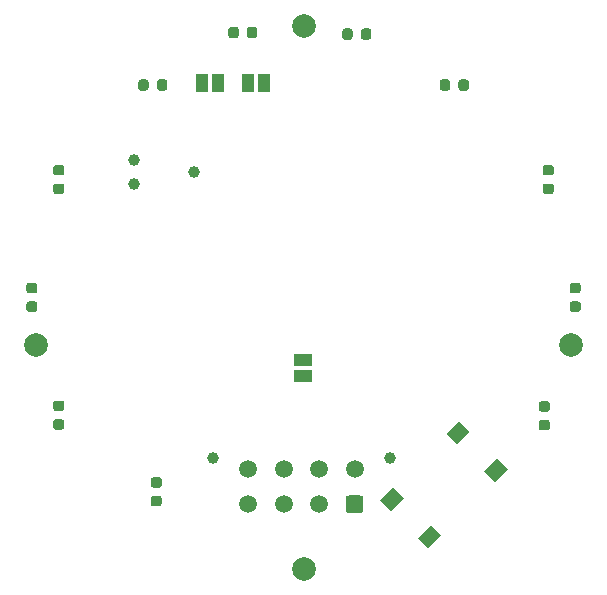
<source format=gbr>
%TF.GenerationSoftware,KiCad,Pcbnew,(5.1.10)-1*%
%TF.CreationDate,2022-02-14T20:34:47-05:00*%
%TF.ProjectId,CAN_Gauge,43414e5f-4761-4756-9765-2e6b69636164,rev?*%
%TF.SameCoordinates,Original*%
%TF.FileFunction,Soldermask,Bot*%
%TF.FilePolarity,Negative*%
%FSLAX46Y46*%
G04 Gerber Fmt 4.6, Leading zero omitted, Abs format (unit mm)*
G04 Created by KiCad (PCBNEW (5.1.10)-1) date 2022-02-14 20:34:47*
%MOMM*%
%LPD*%
G01*
G04 APERTURE LIST*
%ADD10C,0.990600*%
%ADD11R,1.000000X1.500000*%
%ADD12C,0.100000*%
%ADD13R,1.500000X1.000000*%
%ADD14C,1.500000*%
%ADD15C,1.000000*%
%ADD16C,2.000000*%
G04 APERTURE END LIST*
D10*
%TO.C,J1*%
X124007600Y-84000200D03*
X118927600Y-82984200D03*
X118927600Y-85016200D03*
%TD*%
D11*
%TO.C,JP3*%
X124729200Y-76456400D03*
X126029200Y-76456400D03*
%TD*%
%TO.C,JP2*%
X129915400Y-76456400D03*
X128615400Y-76456400D03*
%TD*%
D12*
%TO.C,SW1*%
G36*
X144059829Y-113835713D02*
G01*
X144979068Y-114754952D01*
X143883053Y-115850967D01*
X142963814Y-114931728D01*
X144059829Y-113835713D01*
G37*
G36*
X140877848Y-110653732D02*
G01*
X141797087Y-111572971D01*
X140701072Y-112668986D01*
X139781833Y-111749747D01*
X140877848Y-110653732D01*
G37*
G36*
X146499347Y-105032233D02*
G01*
X147418586Y-105951472D01*
X146322571Y-107047487D01*
X145403332Y-106128248D01*
X146499347Y-105032233D01*
G37*
G36*
X149681328Y-108214214D02*
G01*
X150600567Y-109133453D01*
X149504552Y-110229468D01*
X148585313Y-109310229D01*
X149681328Y-108214214D01*
G37*
%TD*%
D13*
%TO.C,JP1*%
X133240500Y-99926000D03*
X133240500Y-101226000D03*
%TD*%
D14*
%TO.C,J2*%
X128622000Y-109118000D03*
X131622000Y-109118000D03*
X134622000Y-109118000D03*
X137622000Y-109118000D03*
X128622000Y-112118000D03*
X131622000Y-112118000D03*
X134622000Y-112118000D03*
G36*
G01*
X138372000Y-111618000D02*
X138372000Y-112618000D01*
G75*
G02*
X138122000Y-112868000I-250000J0D01*
G01*
X137122000Y-112868000D01*
G75*
G02*
X136872000Y-112618000I0J250000D01*
G01*
X136872000Y-111618000D01*
G75*
G02*
X137122000Y-111368000I250000J0D01*
G01*
X138122000Y-111368000D01*
G75*
G02*
X138372000Y-111618000I0J-250000D01*
G01*
G37*
D15*
X125622000Y-108178000D03*
X140622000Y-108178000D03*
%TD*%
D16*
%TO.C,H4*%
X133304000Y-71592000D03*
%TD*%
%TO.C,D11*%
G36*
G01*
X112835479Y-104216158D02*
X112322979Y-104216158D01*
G75*
G02*
X112104229Y-103997408I0J218750D01*
G01*
X112104229Y-103559908D01*
G75*
G02*
X112322979Y-103341158I218750J0D01*
G01*
X112835479Y-103341158D01*
G75*
G02*
X113054229Y-103559908I0J-218750D01*
G01*
X113054229Y-103997408D01*
G75*
G02*
X112835479Y-104216158I-218750J0D01*
G01*
G37*
G36*
G01*
X112835479Y-105791158D02*
X112322979Y-105791158D01*
G75*
G02*
X112104229Y-105572408I0J218750D01*
G01*
X112104229Y-105134908D01*
G75*
G02*
X112322979Y-104916158I218750J0D01*
G01*
X112835479Y-104916158D01*
G75*
G02*
X113054229Y-105134908I0J-218750D01*
G01*
X113054229Y-105572408D01*
G75*
G02*
X112835479Y-105791158I-218750J0D01*
G01*
G37*
%TD*%
%TO.C,D9*%
G36*
G01*
X110047750Y-94942000D02*
X110560250Y-94942000D01*
G75*
G02*
X110779000Y-95160750I0J-218750D01*
G01*
X110779000Y-95598250D01*
G75*
G02*
X110560250Y-95817000I-218750J0D01*
G01*
X110047750Y-95817000D01*
G75*
G02*
X109829000Y-95598250I0J218750D01*
G01*
X109829000Y-95160750D01*
G75*
G02*
X110047750Y-94942000I218750J0D01*
G01*
G37*
G36*
G01*
X110047750Y-93367000D02*
X110560250Y-93367000D01*
G75*
G02*
X110779000Y-93585750I0J-218750D01*
G01*
X110779000Y-94023250D01*
G75*
G02*
X110560250Y-94242000I-218750J0D01*
G01*
X110047750Y-94242000D01*
G75*
G02*
X109829000Y-94023250I0J218750D01*
G01*
X109829000Y-93585750D01*
G75*
G02*
X110047750Y-93367000I218750J0D01*
G01*
G37*
%TD*%
%TO.C,D8*%
G36*
G01*
X112835479Y-84267842D02*
X112322979Y-84267842D01*
G75*
G02*
X112104229Y-84049092I0J218750D01*
G01*
X112104229Y-83611592D01*
G75*
G02*
X112322979Y-83392842I218750J0D01*
G01*
X112835479Y-83392842D01*
G75*
G02*
X113054229Y-83611592I0J-218750D01*
G01*
X113054229Y-84049092D01*
G75*
G02*
X112835479Y-84267842I-218750J0D01*
G01*
G37*
G36*
G01*
X112835479Y-85842842D02*
X112322979Y-85842842D01*
G75*
G02*
X112104229Y-85624092I0J218750D01*
G01*
X112104229Y-85186592D01*
G75*
G02*
X112322979Y-84967842I218750J0D01*
G01*
X112835479Y-84967842D01*
G75*
G02*
X113054229Y-85186592I0J-218750D01*
G01*
X113054229Y-85624092D01*
G75*
G02*
X112835479Y-85842842I-218750J0D01*
G01*
G37*
%TD*%
%TO.C,D3*%
G36*
G01*
X153772521Y-84967842D02*
X154285021Y-84967842D01*
G75*
G02*
X154503771Y-85186592I0J-218750D01*
G01*
X154503771Y-85624092D01*
G75*
G02*
X154285021Y-85842842I-218750J0D01*
G01*
X153772521Y-85842842D01*
G75*
G02*
X153553771Y-85624092I0J218750D01*
G01*
X153553771Y-85186592D01*
G75*
G02*
X153772521Y-84967842I218750J0D01*
G01*
G37*
G36*
G01*
X153772521Y-83392842D02*
X154285021Y-83392842D01*
G75*
G02*
X154503771Y-83611592I0J-218750D01*
G01*
X154503771Y-84049092D01*
G75*
G02*
X154285021Y-84267842I-218750J0D01*
G01*
X153772521Y-84267842D01*
G75*
G02*
X153553771Y-84049092I0J218750D01*
G01*
X153553771Y-83611592D01*
G75*
G02*
X153772521Y-83392842I218750J0D01*
G01*
G37*
%TD*%
%TO.C,H3*%
X155954578Y-98585908D03*
%TD*%
%TO.C,D1*%
G36*
G01*
X153943750Y-104275000D02*
X153431250Y-104275000D01*
G75*
G02*
X153212500Y-104056250I0J218750D01*
G01*
X153212500Y-103618750D01*
G75*
G02*
X153431250Y-103400000I218750J0D01*
G01*
X153943750Y-103400000D01*
G75*
G02*
X154162500Y-103618750I0J-218750D01*
G01*
X154162500Y-104056250D01*
G75*
G02*
X153943750Y-104275000I-218750J0D01*
G01*
G37*
G36*
G01*
X153943750Y-105850000D02*
X153431250Y-105850000D01*
G75*
G02*
X153212500Y-105631250I0J218750D01*
G01*
X153212500Y-105193750D01*
G75*
G02*
X153431250Y-104975000I218750J0D01*
G01*
X153943750Y-104975000D01*
G75*
G02*
X154162500Y-105193750I0J-218750D01*
G01*
X154162500Y-105631250D01*
G75*
G02*
X153943750Y-105850000I-218750J0D01*
G01*
G37*
%TD*%
%TO.C,H2*%
X110653422Y-98585908D03*
%TD*%
%TO.C,H1*%
X133304000Y-117592000D03*
%TD*%
%TO.C,D10*%
G36*
G01*
X121088850Y-110701200D02*
X120576350Y-110701200D01*
G75*
G02*
X120357600Y-110482450I0J218750D01*
G01*
X120357600Y-110044950D01*
G75*
G02*
X120576350Y-109826200I218750J0D01*
G01*
X121088850Y-109826200D01*
G75*
G02*
X121307600Y-110044950I0J-218750D01*
G01*
X121307600Y-110482450D01*
G75*
G02*
X121088850Y-110701200I-218750J0D01*
G01*
G37*
G36*
G01*
X121088850Y-112276200D02*
X120576350Y-112276200D01*
G75*
G02*
X120357600Y-112057450I0J218750D01*
G01*
X120357600Y-111619950D01*
G75*
G02*
X120576350Y-111401200I218750J0D01*
G01*
X121088850Y-111401200D01*
G75*
G02*
X121307600Y-111619950I0J-218750D01*
G01*
X121307600Y-112057450D01*
G75*
G02*
X121088850Y-112276200I-218750J0D01*
G01*
G37*
%TD*%
%TO.C,D7*%
G36*
G01*
X120890500Y-76873280D02*
X120890500Y-76360780D01*
G75*
G02*
X121109250Y-76142030I218750J0D01*
G01*
X121546750Y-76142030D01*
G75*
G02*
X121765500Y-76360780I0J-218750D01*
G01*
X121765500Y-76873280D01*
G75*
G02*
X121546750Y-77092030I-218750J0D01*
G01*
X121109250Y-77092030D01*
G75*
G02*
X120890500Y-76873280I0J218750D01*
G01*
G37*
G36*
G01*
X119315500Y-76873280D02*
X119315500Y-76360780D01*
G75*
G02*
X119534250Y-76142030I218750J0D01*
G01*
X119971750Y-76142030D01*
G75*
G02*
X120190500Y-76360780I0J-218750D01*
G01*
X120190500Y-76873280D01*
G75*
G02*
X119971750Y-77092030I-218750J0D01*
G01*
X119534250Y-77092030D01*
G75*
G02*
X119315500Y-76873280I0J218750D01*
G01*
G37*
%TD*%
%TO.C,D6*%
G36*
G01*
X126944248Y-72428743D02*
X126944248Y-71916243D01*
G75*
G02*
X127162998Y-71697493I218750J0D01*
G01*
X127600498Y-71697493D01*
G75*
G02*
X127819248Y-71916243I0J-218750D01*
G01*
X127819248Y-72428743D01*
G75*
G02*
X127600498Y-72647493I-218750J0D01*
G01*
X127162998Y-72647493D01*
G75*
G02*
X126944248Y-72428743I0J218750D01*
G01*
G37*
G36*
G01*
X128519248Y-72428743D02*
X128519248Y-71916243D01*
G75*
G02*
X128737998Y-71697493I218750J0D01*
G01*
X129175498Y-71697493D01*
G75*
G02*
X129394248Y-71916243I0J-218750D01*
G01*
X129394248Y-72428743D01*
G75*
G02*
X129175498Y-72647493I-218750J0D01*
G01*
X128737998Y-72647493D01*
G75*
G02*
X128519248Y-72428743I0J218750D01*
G01*
G37*
%TD*%
%TO.C,D4*%
G36*
G01*
X145717500Y-76365250D02*
X145717500Y-76877750D01*
G75*
G02*
X145498750Y-77096500I-218750J0D01*
G01*
X145061250Y-77096500D01*
G75*
G02*
X144842500Y-76877750I0J218750D01*
G01*
X144842500Y-76365250D01*
G75*
G02*
X145061250Y-76146500I218750J0D01*
G01*
X145498750Y-76146500D01*
G75*
G02*
X145717500Y-76365250I0J-218750D01*
G01*
G37*
G36*
G01*
X147292500Y-76365250D02*
X147292500Y-76877750D01*
G75*
G02*
X147073750Y-77096500I-218750J0D01*
G01*
X146636250Y-77096500D01*
G75*
G02*
X146417500Y-76877750I0J218750D01*
G01*
X146417500Y-76365250D01*
G75*
G02*
X146636250Y-76146500I218750J0D01*
G01*
X147073750Y-76146500D01*
G75*
G02*
X147292500Y-76365250I0J-218750D01*
G01*
G37*
%TD*%
%TO.C,D5*%
G36*
G01*
X138162500Y-72559750D02*
X138162500Y-72047250D01*
G75*
G02*
X138381250Y-71828500I218750J0D01*
G01*
X138818750Y-71828500D01*
G75*
G02*
X139037500Y-72047250I0J-218750D01*
G01*
X139037500Y-72559750D01*
G75*
G02*
X138818750Y-72778500I-218750J0D01*
G01*
X138381250Y-72778500D01*
G75*
G02*
X138162500Y-72559750I0J218750D01*
G01*
G37*
G36*
G01*
X136587500Y-72559750D02*
X136587500Y-72047250D01*
G75*
G02*
X136806250Y-71828500I218750J0D01*
G01*
X137243750Y-71828500D01*
G75*
G02*
X137462500Y-72047250I0J-218750D01*
G01*
X137462500Y-72559750D01*
G75*
G02*
X137243750Y-72778500I-218750J0D01*
G01*
X136806250Y-72778500D01*
G75*
G02*
X136587500Y-72559750I0J218750D01*
G01*
G37*
%TD*%
%TO.C,D2*%
G36*
G01*
X156560250Y-94242000D02*
X156047750Y-94242000D01*
G75*
G02*
X155829000Y-94023250I0J218750D01*
G01*
X155829000Y-93585750D01*
G75*
G02*
X156047750Y-93367000I218750J0D01*
G01*
X156560250Y-93367000D01*
G75*
G02*
X156779000Y-93585750I0J-218750D01*
G01*
X156779000Y-94023250D01*
G75*
G02*
X156560250Y-94242000I-218750J0D01*
G01*
G37*
G36*
G01*
X156560250Y-95817000D02*
X156047750Y-95817000D01*
G75*
G02*
X155829000Y-95598250I0J218750D01*
G01*
X155829000Y-95160750D01*
G75*
G02*
X156047750Y-94942000I218750J0D01*
G01*
X156560250Y-94942000D01*
G75*
G02*
X156779000Y-95160750I0J-218750D01*
G01*
X156779000Y-95598250D01*
G75*
G02*
X156560250Y-95817000I-218750J0D01*
G01*
G37*
%TD*%
M02*

</source>
